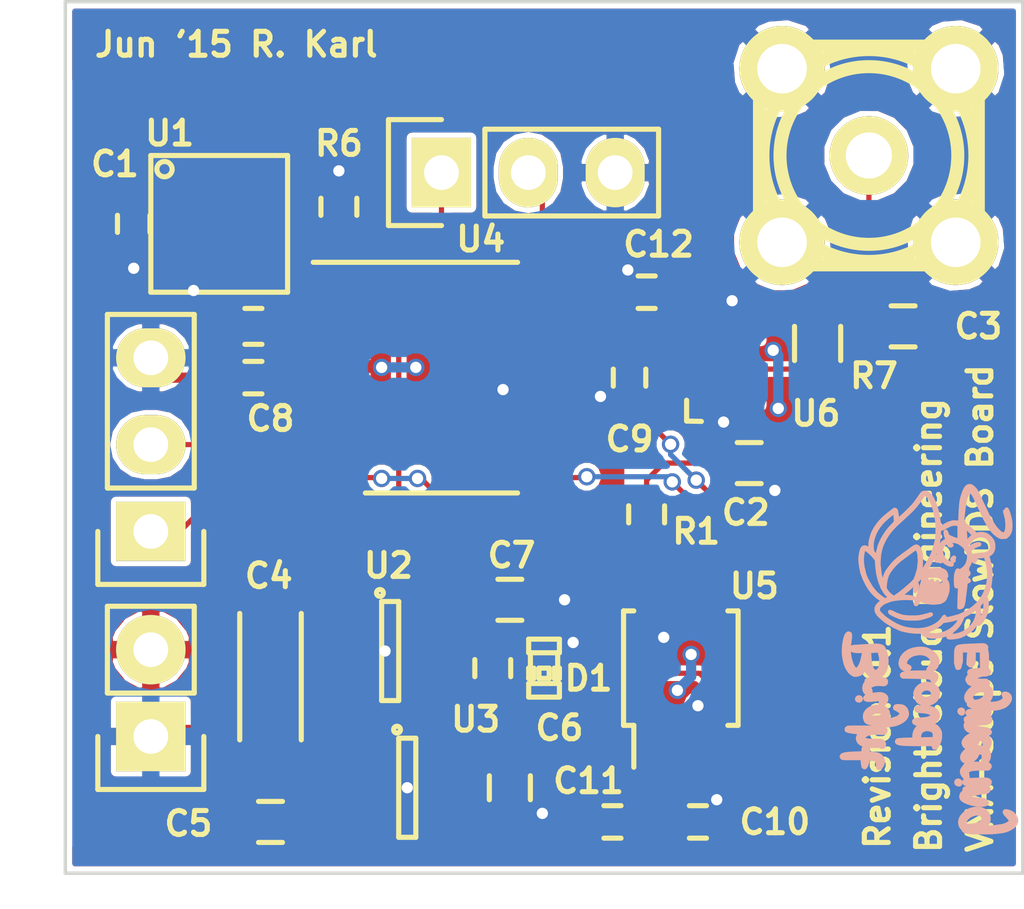
<source format=kicad_pcb>
(kicad_pcb (version 4) (host pcbnew "(after 2015-mar-04 BZR unknown)-product")
  (layers (0 F.Cu signal) (31 B.Cu signal) (34 B.Paste user) (35 F.Paste user) (36 B.SilkS user) (37 F.SilkS user) (38 B.Mask user) (39 F.Mask user) (44 Edge.Cuts user))
  (net 0 "")
  (net 1 +3V3)
  (net 2 GND)
  (net 3 /ddsbuffer/DDSIN)
  (net 4 "Net-(C3-Pad1)")
  (net 5 +5V)
  (net 6 +3.3VDAC)
  (net 7 "Net-(C10-Pad1)")
  (net 8 "Net-(C11-Pad1)")
  (net 9 "Net-(D1-Pad1)")
  (net 10 /mcu/SWDIO)
  (net 11 /mcu/SWCLK)
  (net 12 /mcu/USART1_RX)
  (net 13 /mcu/USART1_TX)
  (net 14 /dds/VOUT)
  (net 15 "Net-(R5-Pad2)")
  (net 16 "Net-(R6-Pad1)")
  (net 17 "Net-(R7-Pad2)")
  (net 18 /dds/25MHz)
  (net 19 "Net-(U3-Pad4)")
  (net 20 "Net-(U4-Pad3)")
  (net 21 "Net-(U4-Pad6)")
  (net 22 "Net-(U4-Pad7)")
  (net 23 /dds/FSYNC)
  (net 24 /dds/SCLK)
  (net 25 "Net-(U4-Pad12)")
  (net 26 /dds/SDATA)
  (net 27 "Net-(U4-Pad14)")
  (net 28 "Net-(U4-Pad17)")
  (net 29 "Net-(U4-Pad18)")
  (net 30 /ddsbuffer/BUFOUT)
  (module Capacitors_SMD:C_0402 (layer F.Cu) (at 120 67.5 270)
    (fp_text reference C1 (at -1.75 0.55 360) (layer F.SilkS) (effects (font (size 0.7 0.7))))
    (fp_text value 10n)
    (pad 1 smd rect (at -0.55 0 270) (size 0.6 0.5) (layers F.Cu F.Paste F.Mask) (net 1 +3V3))
    (pad 2 smd rect (at 0.55 0 270) (size 0.6 0.5) (layers F.Cu F.Paste F.Mask) (net 2 GND))
  )
  (module Capacitors_SMD:C_0603 (layer F.Cu) (at 138 74.5)
    (fp_text reference C2 (at -0.1 1.45) (layer F.SilkS) (effects (font (size 0.7 0.7))))
    (fp_text value 100p)
    (pad 1 smd rect (at -0.75 0) (size 0.8 0.75) (layers F.Cu F.Paste F.Mask) (net 3 /ddsbuffer/DDSIN))
    (pad 2 smd rect (at 0.75 0) (size 0.8 0.75) (layers F.Cu F.Paste F.Mask) (net 2 GND))
  )
  (module Capacitors_SMD:C_0603 (layer F.Cu) (at 142.5 70.5 180)
    (fp_text reference C3 (at -2.2 0 180) (layer F.SilkS) (effects (font (size 0.7 0.7))))
    (fp_text value 10u)
    (pad 1 smd rect (at -0.75 0 180) (size 0.8 0.75) (layers F.Cu F.Paste F.Mask) (net 4 "Net-(C3-Pad1)"))
    (pad 2 smd rect (at 0.75 0 180) (size 0.8 0.75) (layers F.Cu F.Paste F.Mask) (net 30 /ddsbuffer/BUFOUT))
  )
  (module Capacitors_Tantalum_SMD:TantalC_SizeA_EIA-3216_Reflow (layer F.Cu) (at 124 81 270)
    (fp_text reference C4 (at -3.2 0.05 360) (layer F.SilkS) (effects (font (size 0.7 0.7))))
    (fp_text value 10u)
    (pad 2 smd rect (at 1.31 0 270) (size 1.8 1.23) (layers F.Cu F.Paste F.Mask) (net 2 GND))
    (pad 1 smd rect (at -1.31 0 270) (size 1.8 1.23) (layers F.Cu F.Paste F.Mask) (net 5 +5V))
  )
  (module Capacitors_SMD:C_0603 (layer F.Cu) (at 124 85 180)
    (fp_text reference C5 (at 2.4 -0.05 180) (layer F.SilkS) (effects (font (size 0.7 0.7))))
    (fp_text value 4.7u)
    (pad 1 smd rect (at -0.75 0 180) (size 0.8 0.75) (layers F.Cu F.Paste F.Mask) (net 5 +5V))
    (pad 2 smd rect (at 0.75 0 180) (size 0.8 0.75) (layers F.Cu F.Paste F.Mask) (net 2 GND))
  )
  (module Capacitors_SMD:C_0603 (layer F.Cu) (at 131 84 270)
    (fp_text reference C6 (at -1.75 -1.45 360) (layer F.SilkS) (effects (font (size 0.7 0.7))))
    (fp_text value 4.7u)
    (pad 1 smd rect (at -0.75 0 270) (size 0.8 0.75) (layers F.Cu F.Paste F.Mask) (net 6 +3.3VDAC))
    (pad 2 smd rect (at 0.75 0 270) (size 0.8 0.75) (layers F.Cu F.Paste F.Mask) (net 2 GND))
  )
  (module Capacitors_SMD:C_0603 (layer F.Cu) (at 131 78.5)
    (fp_text reference C7 (at 0.05 -1.3) (layer F.SilkS) (effects (font (size 0.7 0.7))))
    (fp_text value 4.7u)
    (pad 1 smd rect (at -0.75 0) (size 0.8 0.75) (layers F.Cu F.Paste F.Mask) (net 1 +3V3))
    (pad 2 smd rect (at 0.75 0) (size 0.8 0.75) (layers F.Cu F.Paste F.Mask) (net 2 GND))
  )
  (module Capacitors_SMD:C_0402 (layer F.Cu) (at 123.5 72 180)
    (fp_text reference C8 (at -0.5 -1.2 180) (layer F.SilkS) (effects (font (size 0.7 0.7))))
    (fp_text value 100n)
    (pad 1 smd rect (at -0.55 0 180) (size 0.6 0.5) (layers F.Cu F.Paste F.Mask) (net 1 +3V3))
    (pad 2 smd rect (at 0.55 0 180) (size 0.6 0.5) (layers F.Cu F.Paste F.Mask) (net 2 GND))
  )
  (module Capacitors_SMD:C_0402 (layer F.Cu) (at 134.5 72 270)
    (fp_text reference C9 (at 1.8 0 360) (layer F.SilkS) (effects (font (size 0.7 0.7))))
    (fp_text value 100n)
    (pad 1 smd rect (at -0.55 0 270) (size 0.6 0.5) (layers F.Cu F.Paste F.Mask) (net 1 +3V3))
    (pad 2 smd rect (at 0.55 0 270) (size 0.6 0.5) (layers F.Cu F.Paste F.Mask) (net 2 GND))
  )
  (module Capacitors_SMD:C_0402 (layer F.Cu) (at 136.5 85)
    (fp_text reference C10 (at 2.25 0) (layer F.SilkS) (effects (font (size 0.7 0.7))))
    (fp_text value 100n)
    (pad 1 smd rect (at -0.55 0) (size 0.6 0.5) (layers F.Cu F.Paste F.Mask) (net 7 "Net-(C10-Pad1)"))
    (pad 2 smd rect (at 0.55 0) (size 0.6 0.5) (layers F.Cu F.Paste F.Mask) (net 2 GND))
  )
  (module Capacitors_SMD:C_0402 (layer F.Cu) (at 134 85)
    (fp_text reference C11 (at -0.7 -1.2) (layer F.SilkS) (effects (font (size 0.7 0.7))))
    (fp_text value 10n)
    (pad 1 smd rect (at -0.55 0) (size 0.6 0.5) (layers F.Cu F.Paste F.Mask) (net 8 "Net-(C11-Pad1)"))
    (pad 2 smd rect (at 0.55 0) (size 0.6 0.5) (layers F.Cu F.Paste F.Mask) (net 6 +3.3VDAC))
  )
  (module Capacitors_SMD:C_0402 (layer F.Cu) (at 135 69.5 180)
    (fp_text reference C12 (at -0.35 1.4 180) (layer F.SilkS) (effects (font (size 0.7 0.7))))
    (fp_text value 100n)
    (pad 1 smd rect (at -0.55 0 180) (size 0.6 0.5) (layers F.Cu F.Paste F.Mask) (net 6 +3.3VDAC))
    (pad 2 smd rect (at 0.55 0 180) (size 0.6 0.5) (layers F.Cu F.Paste F.Mask) (net 2 GND))
  )
  (module LEDs:LED-0603 (layer F.Cu) (at 132 80.5 90)
    (fp_text reference D1 (at -0.3 1.3 180) (layer F.SilkS) (effects (font (size 0.7 0.7))))
    (fp_text value LED)
    (pad 2 smd rect (at 0.7493 0 270) (size 0.79756 0.79756) (layers F.Cu F.Paste F.Mask) (net 2 GND))
    (pad 1 smd rect (at -0.7493 0 270) (size 0.79756 0.79756) (layers F.Cu F.Paste F.Mask) (net 9 "Net-(D1-Pad1)"))
  )
  (module Pin_Headers:Pin_Header_Straight_1x02 (layer F.Cu) (at 120.5 82.5 180)
    (fp_text reference P1 hide)
    (fp_text value PWRCONN)
    (pad 1 thru_hole rect (at 0 0 180) (size 2.032 2.032) (drill 1.016) (layers *.Cu *.Mask F.SilkS) (net 2 GND))
    (pad 2 thru_hole oval (at 0 2.54 180) (size 2.032 2.032) (drill 1.016) (layers *.Cu *.Mask F.SilkS) (net 5 +5V))
  )
  (module Pin_Headers:Pin_Header_Straight_1x03 (layer F.Cu) (at 129 66 90)
    (fp_text reference P2 hide)
    (fp_text value SWD_CONN)
    (pad 1 thru_hole rect (at 0 0 90) (size 2.032 1.7272) (drill 1.016) (layers *.Cu *.Mask F.SilkS) (net 10 /mcu/SWDIO))
    (pad 2 thru_hole oval (at 0 2.54 90) (size 2.032 1.7272) (drill 1.016) (layers *.Cu *.Mask F.SilkS) (net 11 /mcu/SWCLK))
    (pad 3 thru_hole oval (at 0 5.08 90) (size 2.032 1.7272) (drill 1.016) (layers *.Cu *.Mask F.SilkS) (net 2 GND))
  )
  (module Pin_Headers:Pin_Header_Straight_1x03 (layer F.Cu) (at 120.5 76.5 180)
    (fp_text reference P3 hide)
    (fp_text value UART_CONN)
    (pad 1 thru_hole rect (at 0 0 180) (size 2.032 1.7272) (drill 1.016) (layers *.Cu *.Mask F.SilkS) (net 12 /mcu/USART1_RX))
    (pad 2 thru_hole oval (at 0 2.54 180) (size 2.032 1.7272) (drill 1.016) (layers *.Cu *.Mask F.SilkS) (net 13 /mcu/USART1_TX))
    (pad 3 thru_hole oval (at 0 5.08 180) (size 2.032 1.7272) (drill 1.016) (layers *.Cu *.Mask F.SilkS) (net 2 GND))
  )
  (module w_conn_rf:sma_straight_32k101-400l5 (layer F.Cu) (at 141.5 65.5)
    (fp_text reference P4 hide)
    (fp_text value DDSOUT_SMA hide)
    (pad 1 thru_hole circle (at 0 0) (size 2.3 2.3) (drill 1.35) (layers *.Cu *.Mask F.SilkS) (net 4 "Net-(C3-Pad1)"))
    (pad 2 thru_hole circle (at 2.54 -2.54) (size 2.5 2.5) (drill 1.45) (layers *.Cu *.Mask F.SilkS) (net 2 GND))
    (pad 2 thru_hole circle (at -2.54 -2.54) (size 2.5 2.5) (drill 1.45) (layers *.Cu *.Mask F.SilkS) (net 2 GND))
    (pad 2 thru_hole circle (at -2.54 2.54) (size 2.5 2.5) (drill 1.45) (layers *.Cu *.Mask F.SilkS) (net 2 GND))
    (pad 2 thru_hole circle (at 2.54 2.54) (size 2.5 2.5) (drill 1.45) (layers *.Cu *.Mask F.SilkS) (net 2 GND))
  )
  (module Resistors_SMD:R_0402 (layer F.Cu) (at 135 76 270)
    (fp_text reference R1 (at 0.5 -1.45 360) (layer F.SilkS) (effects (font (size 0.7 0.7))))
    (fp_text value 100)
    (pad 1 smd rect (at -0.45 0 270) (size 0.4 0.6) (layers F.Cu F.Paste F.Mask) (net 3 /ddsbuffer/DDSIN))
    (pad 2 smd rect (at 0.45 0 270) (size 0.4 0.6) (layers F.Cu F.Paste F.Mask) (net 14 /dds/VOUT))
  )
  (module Resistors_SMD:R_0402 (layer F.Cu) (at 130.5 80.5 90)
    (fp_text reference R4 hide)
    (fp_text value 1k)
    (pad 1 smd rect (at -0.45 0 90) (size 0.4 0.6) (layers F.Cu F.Paste F.Mask) (net 9 "Net-(D1-Pad1)"))
    (pad 2 smd rect (at 0.45 0 90) (size 0.4 0.6) (layers F.Cu F.Paste F.Mask) (net 1 +3V3))
  )
  (module Resistors_SMD:R_0402 (layer F.Cu) (at 123.5 70.5)
    (fp_text reference R5 hide)
    (fp_text value 10k)
    (pad 1 smd rect (at -0.45 0) (size 0.4 0.6) (layers F.Cu F.Paste F.Mask) (net 1 +3V3))
    (pad 2 smd rect (at 0.45 0) (size 0.4 0.6) (layers F.Cu F.Paste F.Mask) (net 15 "Net-(R5-Pad2)"))
  )
  (module Resistors_SMD:R_0402 (layer F.Cu) (at 126 67 90)
    (fp_text reference R6 (at 1.85 0 180) (layer F.SilkS) (effects (font (size 0.7 0.7))))
    (fp_text value 10k)
    (pad 1 smd rect (at -0.45 0 90) (size 0.4 0.6) (layers F.Cu F.Paste F.Mask) (net 16 "Net-(R6-Pad1)"))
    (pad 2 smd rect (at 0.45 0 90) (size 0.4 0.6) (layers F.Cu F.Paste F.Mask) (net 2 GND))
  )
  (module Resistors_SMD:R_0603 (layer F.Cu) (at 140 71 270)
    (fp_text reference R7 (at 0.95 -1.65 360) (layer F.SilkS) (effects (font (size 0.7 0.7))))
    (fp_text value 50)
    (pad 1 smd rect (at -0.75 0 270) (size 0.5 0.9) (layers F.Cu F.Paste F.Mask) (net 30 /ddsbuffer/BUFOUT))
    (pad 2 smd rect (at 0.75 0 270) (size 0.5 0.9) (layers F.Cu F.Paste F.Mask) (net 17 "Net-(R7-Pad2)"))
  )
  (module bce:TP (layer F.Cu) (at 126 77.5)
    (fp_text reference TP1 hide)
    (fp_text value 5V hide)
    (pad 1 smd circle (at 0 0) (size 0.508 0.508) (layers F.Cu F.Paste F.Mask) (net 5 +5V))
  )
  (module bce:TP (layer F.Cu) (at 129 77.5)
    (fp_text reference TP2 hide)
    (fp_text value 3.3VG hide)
    (pad 1 smd circle (at 0 0) (size 0.508 0.508) (layers F.Cu F.Paste F.Mask) (net 1 +3V3))
  )
  (module bce:TP (layer F.Cu) (at 138.95 84)
    (fp_text reference TP3 hide)
    (fp_text value 3.3VDDS hide)
    (pad 1 smd circle (at 0 0) (size 0.508 0.508) (layers F.Cu F.Paste F.Mask) (net 6 +3.3VDAC))
  )
  (module bce:TP (layer F.Cu) (at 138.05 82.7)
    (fp_text reference TP4 hide)
    (fp_text value 25MHz hide)
    (pad 1 smd circle (at 0 0) (size 0.508 0.508) (layers F.Cu F.Paste F.Mask) (net 18 /dds/25MHz))
  )
  (module bce:TP (layer F.Cu) (at 133.75 76.45)
    (fp_text reference TP5 hide)
    (fp_text value DDSOUT hide)
    (pad 1 smd circle (at 0 0) (size 0.508 0.508) (layers F.Cu F.Paste F.Mask) (net 14 /dds/VOUT))
  )
  (module bce:SIOSC (layer F.Cu) (at 122.5 67.5 270)
    (fp_text reference U1 (at -2.65 1.45 360) (layer F.SilkS) (effects (font (size 0.7 0.7))))
    (fp_text value 25MHz hide)
    (pad 1 smd rect (at -0.95 0.75 270) (size 1.1 1) (layers F.Cu F.Paste F.Mask) (net 1 +3V3))
    (pad 2 smd rect (at 0.95 0.75 270) (size 1.1 1) (layers F.Cu F.Paste F.Mask) (net 2 GND))
    (pad 3 smd rect (at 0.95 -0.75 270) (size 1.1 1) (layers F.Cu F.Paste F.Mask) (net 18 /dds/25MHz))
    (pad 4 smd rect (at -0.95 -0.75 270) (size 1.1 1) (layers F.Cu F.Paste F.Mask) (net 1 +3V3))
  )
  (module Housings_SOT-23_SOT-143_TSOT-6:SOT-23-5 (layer F.Cu) (at 127.5 80)
    (fp_text reference U2 (at -0.05 -2.5) (layer F.SilkS) (effects (font (size 0.7 0.7))))
    (fp_text value FAN2558S33X)
    (pad 1 smd rect (at -1.1 -0.95) (size 1.06 0.65) (layers F.Cu F.Paste F.Mask) (net 5 +5V))
    (pad 2 smd rect (at -1.1 0) (size 1.06 0.65) (layers F.Cu F.Paste F.Mask) (net 2 GND))
    (pad 3 smd rect (at -1.1 0.95) (size 1.06 0.65) (layers F.Cu F.Paste F.Mask) (net 5 +5V))
    (pad 4 smd rect (at 1.1 0.95) (size 1.06 0.65) (layers F.Cu F.Paste F.Mask) (net 9 "Net-(D1-Pad1)"))
    (pad 5 smd rect (at 1.1 -0.95) (size 1.06 0.65) (layers F.Cu F.Paste F.Mask) (net 1 +3V3))
  )
  (module Housings_SOT-23_SOT-143_TSOT-6:SOT-23-5 (layer F.Cu) (at 128 84)
    (fp_text reference U3 (at 2 -2) (layer F.SilkS) (effects (font (size 0.7 0.7))))
    (fp_text value FAN2558S33X)
    (pad 1 smd rect (at -1.1 -0.95) (size 1.06 0.65) (layers F.Cu F.Paste F.Mask) (net 5 +5V))
    (pad 2 smd rect (at -1.1 0) (size 1.06 0.65) (layers F.Cu F.Paste F.Mask) (net 2 GND))
    (pad 3 smd rect (at -1.1 0.95) (size 1.06 0.65) (layers F.Cu F.Paste F.Mask) (net 5 +5V))
    (pad 4 smd rect (at 1.1 0.95) (size 1.06 0.65) (layers F.Cu F.Paste F.Mask) (net 19 "Net-(U3-Pad4)"))
    (pad 5 smd rect (at 1.1 -0.95) (size 1.06 0.65) (layers F.Cu F.Paste F.Mask) (net 6 +3.3VDAC))
  )
  (module Housings_SSOP:TSSOP-20_4.4x6.5mm_Pitch0.65mm (layer F.Cu) (at 129 72)
    (fp_text reference U4 (at 1.15 -4.05) (layer F.SilkS) (effects (font (size 0.7 0.7))))
    (fp_text value STM32F030F4)
    (pad 1 smd rect (at -2.95 -2.925) (size 1.45 0.45) (layers F.Cu F.Paste F.Mask) (net 16 "Net-(R6-Pad1)"))
    (pad 2 smd rect (at -2.95 -2.275) (size 1.45 0.45) (layers F.Cu F.Paste F.Mask) (net 18 /dds/25MHz))
    (pad 3 smd rect (at -2.95 -1.625) (size 1.45 0.45) (layers F.Cu F.Paste F.Mask) (net 20 "Net-(U4-Pad3)"))
    (pad 4 smd rect (at -2.95 -0.975) (size 1.45 0.45) (layers F.Cu F.Paste F.Mask) (net 15 "Net-(R5-Pad2)"))
    (pad 5 smd rect (at -2.95 -0.325) (size 1.45 0.45) (layers F.Cu F.Paste F.Mask) (net 1 +3V3))
    (pad 6 smd rect (at -2.95 0.325) (size 1.45 0.45) (layers F.Cu F.Paste F.Mask) (net 21 "Net-(U4-Pad6)"))
    (pad 7 smd rect (at -2.95 0.975) (size 1.45 0.45) (layers F.Cu F.Paste F.Mask) (net 22 "Net-(U4-Pad7)"))
    (pad 8 smd rect (at -2.95 1.625) (size 1.45 0.45) (layers F.Cu F.Paste F.Mask) (net 13 /mcu/USART1_TX))
    (pad 9 smd rect (at -2.95 2.275) (size 1.45 0.45) (layers F.Cu F.Paste F.Mask) (net 12 /mcu/USART1_RX))
    (pad 10 smd rect (at -2.95 2.925) (size 1.45 0.45) (layers F.Cu F.Paste F.Mask) (net 23 /dds/FSYNC))
    (pad 11 smd rect (at 2.95 2.925) (size 1.45 0.45) (layers F.Cu F.Paste F.Mask) (net 24 /dds/SCLK))
    (pad 12 smd rect (at 2.95 2.275) (size 1.45 0.45) (layers F.Cu F.Paste F.Mask) (net 25 "Net-(U4-Pad12)"))
    (pad 13 smd rect (at 2.95 1.625) (size 1.45 0.45) (layers F.Cu F.Paste F.Mask) (net 26 /dds/SDATA))
    (pad 14 smd rect (at 2.95 0.975) (size 1.45 0.45) (layers F.Cu F.Paste F.Mask) (net 27 "Net-(U4-Pad14)"))
    (pad 15 smd rect (at 2.95 0.325) (size 1.45 0.45) (layers F.Cu F.Paste F.Mask) (net 2 GND))
    (pad 16 smd rect (at 2.95 -0.325) (size 1.45 0.45) (layers F.Cu F.Paste F.Mask) (net 1 +3V3))
    (pad 17 smd rect (at 2.95 -0.975) (size 1.45 0.45) (layers F.Cu F.Paste F.Mask) (net 28 "Net-(U4-Pad17)"))
    (pad 18 smd rect (at 2.95 -1.625) (size 1.45 0.45) (layers F.Cu F.Paste F.Mask) (net 29 "Net-(U4-Pad18)"))
    (pad 19 smd rect (at 2.95 -2.275) (size 1.45 0.45) (layers F.Cu F.Paste F.Mask) (net 10 /mcu/SWDIO))
    (pad 20 smd rect (at 2.95 -2.925) (size 1.45 0.45) (layers F.Cu F.Paste F.Mask) (net 11 /mcu/SWCLK))
  )
  (module Housings_SSOP:MSOP-10_3x3mm_Pitch0.5mm (layer F.Cu) (at 136 80.5 90)
    (fp_text reference U5 (at 2.4 2.15 180) (layer F.SilkS) (effects (font (size 0.7 0.7))))
    (fp_text value AD9833)
    (pad 1 smd rect (at -2.2 -1 90) (size 1.4 0.3) (layers F.Cu F.Paste F.Mask) (net 8 "Net-(C11-Pad1)"))
    (pad 2 smd rect (at -2.2 -0.5 90) (size 1.4 0.3) (layers F.Cu F.Paste F.Mask) (net 6 +3.3VDAC))
    (pad 3 smd rect (at -2.2 0 90) (size 1.4 0.3) (layers F.Cu F.Paste F.Mask) (net 7 "Net-(C10-Pad1)"))
    (pad 4 smd rect (at -2.2 0.5 90) (size 1.4 0.3) (layers F.Cu F.Paste F.Mask) (net 2 GND))
    (pad 5 smd rect (at -2.2 1 90) (size 1.4 0.3) (layers F.Cu F.Paste F.Mask) (net 18 /dds/25MHz))
    (pad 6 smd rect (at 2.2 1 90) (size 1.4 0.3) (layers F.Cu F.Paste F.Mask) (net 26 /dds/SDATA))
    (pad 7 smd rect (at 2.2 0.5 90) (size 1.4 0.3) (layers F.Cu F.Paste F.Mask) (net 24 /dds/SCLK))
    (pad 8 smd rect (at 2.2 0 90) (size 1.4 0.3) (layers F.Cu F.Paste F.Mask) (net 23 /dds/FSYNC))
    (pad 9 smd rect (at 2.2 -0.5 90) (size 1.4 0.3) (layers F.Cu F.Paste F.Mask) (net 2 GND))
    (pad 10 smd rect (at 2.2 -1 90) (size 1.4 0.3) (layers F.Cu F.Paste F.Mask) (net 14 /dds/VOUT))
  )
  (module Housings_SOT-23_SOT-143_TSOT-6:SC-70-6 (layer F.Cu) (at 137.5 71.5)
    (fp_text reference U6 (at 2.45 1.55) (layer F.SilkS) (effects (font (size 0.7 0.7))))
    (fp_text value ADA4853-1)
    (pad 1 smd rect (at -0.65024 0.94996) (size 0.39878 0.7493) (layers F.Cu F.Paste F.Mask) (net 17 "Net-(R7-Pad2)"))
    (pad 2 smd rect (at 0 0.94996) (size 0.39878 0.7493) (layers F.Cu F.Paste F.Mask) (net 2 GND))
    (pad 3 smd rect (at 0.65024 0.94996) (size 0.39878 0.7493) (layers F.Cu F.Paste F.Mask) (net 3 /ddsbuffer/DDSIN))
    (pad 4 smd rect (at 0.65024 -0.94996) (size 0.39878 0.7493) (layers F.Cu F.Paste F.Mask) (net 30 /ddsbuffer/BUFOUT))
    (pad 5 smd rect (at 0 -0.94996) (size 0.39878 0.7493) (layers F.Cu F.Paste F.Mask) (net 2 GND))
    (pad 6 smd rect (at -0.65024 -0.94996) (size 0.39878 0.7493) (layers F.Cu F.Paste F.Mask) (net 6 +3.3VDAC))
  )
  (module kicad:LOGO (layer B.Cu) (at 143.25 80.25 90)
    (fp_text reference G*** hide)
    (fp_text value LOGO hide)
  )
  (gr_text "Jun '15 R. Karl" (at 123 62.25) (layer F.SilkS) (effects (font (size 0.7 0.7))))
  (gr_text "Revision 0.1" (at 141.75 82.5 90) (layer F.SilkS) (effects (font (size 0.7 0.7))))
  (gr_text "Bright Cloud Engineering" (at 143.25 79.25 90) (layer F.SilkS) (effects (font (size 0.7 0.7))))
  (gr_text "VNA-Steps SlowDDS Board" (at 144.75 78.75 90) (layer F.SilkS) (effects (font (size 0.7 0.7))))
  (gr_line (start 146 86.5) (end 146 61) (angle 90) (layer Edge.Cuts) (width 0.1))
  (gr_line (start 118 86.5) (end 146 86.5) (angle 90) (layer Edge.Cuts) (width 0.1))
  (gr_line (start 118 86) (end 118 86.5) (angle 90) (layer Edge.Cuts) (width 0.1))
  (gr_line (start 118 86) (end 118 61) (angle 90) (layer Edge.Cuts) (width 0.1))
  (gr_line (start 146 61) (end 118 61) (angle 90) (layer Edge.Cuts) (width 0.1))
  (segment (start 131.95 71.675) (end 134.275 71.675) (width 0.3) (layer F.Cu) (net 1))
  (segment (start 134.275 71.675) (end 134.5 71.45) (width 0.3) (layer F.Cu) (net 1))
  (segment (start 131.95 71.675) (end 128.275 71.675) (width 0.3) (layer F.Cu) (net 1))
  (segment (start 127.225 71.675) (end 126.05 71.675) (width 0.3) (layer F.Cu) (net 1))
  (segment (start 127.25 71.7) (end 127.225 71.675) (width 0.3) (layer F.Cu) (net 1))
  (via (at 127.25 71.7) (size 0.508) (layers F.Cu B.Cu) (net 1))
  (segment (start 128.25 71.7) (end 127.25 71.7) (width 0.3) (layer B.Cu) (net 1))
  (via (at 128.25 71.7) (size 0.508) (layers F.Cu B.Cu) (net 1))
  (segment (start 128.275 71.675) (end 128.25 71.7) (width 0.3) (layer F.Cu) (net 1))
  (segment (start 130.5 80.05) (end 130.25 80.05) (width 0.3) (layer F.Cu) (net 1))
  (segment (start 130.25 80.05) (end 129.6 79.4) (width 0.3) (layer F.Cu) (net 1))
  (segment (start 129.6 79.4) (end 129.6 79.05) (width 0.3) (layer F.Cu) (net 1))
  (segment (start 128.6 79.05) (end 128.6 77.9) (width 0.3) (layer F.Cu) (net 1))
  (segment (start 128.6 77.9) (end 129 77.5) (width 0.3) (layer F.Cu) (net 1))
  (segment (start 128.6 79.05) (end 129.6 79.05) (width 0.3) (layer F.Cu) (net 1))
  (segment (start 129.6 79.05) (end 129.7 79.05) (width 0.3) (layer F.Cu) (net 1))
  (segment (start 129.7 79.05) (end 130.25 78.5) (width 0.3) (layer F.Cu) (net 1))
  (segment (start 138.75 74.5) (end 138.75 75.3) (width 0.3) (layer F.Cu) (net 2))
  (via (at 138.75 75.3) (size 0.508) (layers F.Cu B.Cu) (net 2))
  (segment (start 135.5 78.3) (end 135.5 79.6) (width 0.3) (layer F.Cu) (net 2))
  (via (at 135.5 79.6) (size 0.508) (layers F.Cu B.Cu) (net 2))
  (segment (start 136.5 82.7) (end 136.5 81.6) (width 0.3) (layer F.Cu) (net 2))
  (via (at 136.5 81.6) (size 0.508) (layers F.Cu B.Cu) (net 2))
  (segment (start 137.05 85) (end 137.05 84.35) (width 0.3) (layer F.Cu) (net 2))
  (via (at 137.05 84.35) (size 0.508) (layers F.Cu B.Cu) (net 2))
  (segment (start 131 84.75) (end 131.95 84.75) (width 0.3) (layer F.Cu) (net 2))
  (via (at 131.95 84.75) (size 0.508) (layers F.Cu B.Cu) (net 2))
  (segment (start 126.9 84) (end 128 84) (width 0.3) (layer F.Cu) (net 2))
  (via (at 128 84) (size 0.508) (layers F.Cu B.Cu) (net 2))
  (segment (start 123.25 85) (end 123.25 83.06) (width 0.3) (layer F.Cu) (net 2))
  (segment (start 123.25 83.06) (end 124 82.31) (width 0.3) (layer F.Cu) (net 2))
  (segment (start 124 82.31) (end 120.69 82.31) (width 0.3) (layer F.Cu) (net 2))
  (segment (start 120.69 82.31) (end 120.5 82.5) (width 0.3) (layer F.Cu) (net 2))
  (segment (start 126.4 80) (end 127.35 80) (width 0.3) (layer F.Cu) (net 2))
  (via (at 127.35 80) (size 0.508) (layers F.Cu B.Cu) (net 2))
  (segment (start 132 79.7507) (end 132.8493 79.7507) (width 0.3) (layer F.Cu) (net 2))
  (segment (start 132.85 79.75) (end 132.75 79.75) (width 0.3) (layer B.Cu) (net 2))
  (via (at 132.85 79.75) (size 0.508) (layers F.Cu B.Cu) (net 2))
  (segment (start 132.8493 79.7507) (end 132.85 79.75) (width 0.3) (layer F.Cu) (net 2))
  (segment (start 131.75 78.5) (end 132.6 78.5) (width 0.3) (layer F.Cu) (net 2))
  (via (at 132.6 78.5) (size 0.508) (layers F.Cu B.Cu) (net 2))
  (segment (start 137.5 70.55004) (end 137.5 69.75) (width 0.3) (layer F.Cu) (net 2))
  (via (at 137.5 69.75) (size 0.508) (layers F.Cu B.Cu) (net 2))
  (segment (start 137.5 72.44996) (end 137.5 73.05) (width 0.3) (layer F.Cu) (net 2))
  (segment (start 137.25 73.3) (end 137.3 73.3) (width 0.3) (layer B.Cu) (net 2))
  (via (at 137.25 73.3) (size 0.508) (layers F.Cu B.Cu) (net 2))
  (segment (start 137.5 73.05) (end 137.25 73.3) (width 0.3) (layer F.Cu) (net 2))
  (segment (start 134.5 72.55) (end 133.65 72.55) (width 0.3) (layer F.Cu) (net 2))
  (via (at 133.65 72.55) (size 0.508) (layers F.Cu B.Cu) (net 2))
  (segment (start 131.95 72.325) (end 130.825 72.325) (width 0.3) (layer F.Cu) (net 2))
  (via (at 130.8 72.35) (size 0.508) (layers F.Cu B.Cu) (net 2))
  (segment (start 130.825 72.325) (end 130.8 72.35) (width 0.3) (layer F.Cu) (net 2))
  (segment (start 134.45 69.5) (end 134.45 68.85) (width 0.3) (layer F.Cu) (net 2))
  (via (at 134.45 68.85) (size 0.508) (layers F.Cu B.Cu) (net 2))
  (segment (start 126 66.55) (end 126 65.95) (width 0.3) (layer F.Cu) (net 2))
  (via (at 126 65.95) (size 0.508) (layers F.Cu B.Cu) (net 2))
  (segment (start 120 68.05) (end 120 68.8) (width 0.3) (layer F.Cu) (net 2))
  (via (at 120 68.8) (size 0.508) (layers F.Cu B.Cu) (net 2))
  (segment (start 121.75 68.45) (end 121.75 69.45) (width 0.3) (layer F.Cu) (net 2))
  (via (at 121.75 69.45) (size 0.508) (layers F.Cu B.Cu) (net 2))
  (segment (start 122.95 72) (end 121.08 72) (width 0.3) (layer F.Cu) (net 2))
  (segment (start 121.08 72) (end 120.5 71.42) (width 0.3) (layer F.Cu) (net 2))
  (segment (start 138.15024 72.44996) (end 138.15024 73.14976) (width 0.1524) (layer F.Cu) (net 3))
  (segment (start 137.25 74.05) (end 137.25 74.5) (width 0.1524) (layer F.Cu) (net 3))
  (segment (start 138.15024 73.14976) (end 137.25 74.05) (width 0.1524) (layer F.Cu) (net 3))
  (segment (start 135 75.55) (end 135 75) (width 0.1524) (layer F.Cu) (net 3))
  (segment (start 135.5 74.5) (end 137.25 74.5) (width 0.1524) (layer F.Cu) (net 3))
  (segment (start 135 75) (end 135.5 74.5) (width 0.1524) (layer F.Cu) (net 3))
  (segment (start 141.5 65.5) (end 141.5 68.45) (width 0.1524) (layer F.Cu) (net 4))
  (segment (start 141.5 68.45) (end 143.25 70.2) (width 0.1524) (layer F.Cu) (net 4))
  (segment (start 143.25 70.2) (end 143.25 70.5) (width 0.1524) (layer F.Cu) (net 4))
  (segment (start 120.5 79.96) (end 123.73 79.96) (width 0.3) (layer F.Cu) (net 5))
  (segment (start 123.73 79.96) (end 124.64 79.05) (width 0.3) (layer F.Cu) (net 5))
  (segment (start 124.64 79.05) (end 126.4 79.05) (width 0.3) (layer F.Cu) (net 5))
  (segment (start 135.15 81.45) (end 135.6 81.45) (width 0.3) (layer F.Cu) (net 6))
  (via (at 136.3 80.1) (size 0.508) (layers F.Cu B.Cu) (net 6))
  (segment (start 136.3 80.75) (end 136.3 80.1) (width 0.3) (layer B.Cu) (net 6))
  (segment (start 135.9 81.15) (end 136.3 80.75) (width 0.3) (layer B.Cu) (net 6))
  (via (at 135.9 81.15) (size 0.508) (layers F.Cu B.Cu) (net 6))
  (segment (start 135.6 81.45) (end 135.9 81.15) (width 0.3) (layer F.Cu) (net 6))
  (segment (start 136.84976 70.55004) (end 136.84976 71.14976) (width 0.3) (layer F.Cu) (net 6))
  (via (at 138.85 72.9) (size 0.508) (layers F.Cu B.Cu) (net 6))
  (segment (start 138.85 71.35) (end 138.85 72.9) (width 0.3) (layer B.Cu) (net 6))
  (segment (start 138.7 71.2) (end 138.85 71.35) (width 0.3) (layer B.Cu) (net 6))
  (via (at 138.7 71.2) (size 0.508) (layers F.Cu B.Cu) (net 6))
  (segment (start 138.55 71.35) (end 138.7 71.2) (width 0.3) (layer F.Cu) (net 6))
  (segment (start 137.05 71.35) (end 138.55 71.35) (width 0.3) (layer F.Cu) (net 6))
  (segment (start 136.84976 71.14976) (end 137.05 71.35) (width 0.3) (layer F.Cu) (net 6))
  (segment (start 136.84976 70.55004) (end 136.84976 69.99976) (width 0.3) (layer F.Cu) (net 6))
  (segment (start 136.35 69.5) (end 135.55 69.5) (width 0.3) (layer F.Cu) (net 6))
  (segment (start 136.84976 69.99976) (end 136.35 69.5) (width 0.3) (layer F.Cu) (net 6))
  (segment (start 129.1 83.05) (end 130.8 83.05) (width 0.3) (layer F.Cu) (net 6))
  (segment (start 130.8 83.05) (end 131 83.25) (width 0.3) (layer F.Cu) (net 6))
  (segment (start 135.5 82.7) (end 135.5 81.55) (width 0.3) (layer F.Cu) (net 6))
  (segment (start 132.35 83.25) (end 131 83.25) (width 0.3) (layer F.Cu) (net 6))
  (segment (start 134.15 81.45) (end 132.35 83.25) (width 0.3) (layer F.Cu) (net 6))
  (segment (start 135.4 81.45) (end 135.15 81.45) (width 0.3) (layer F.Cu) (net 6))
  (segment (start 135.15 81.45) (end 134.15 81.45) (width 0.3) (layer F.Cu) (net 6))
  (segment (start 135.5 81.55) (end 135.4 81.45) (width 0.3) (layer F.Cu) (net 6))
  (segment (start 134.55 85) (end 134.55 84.7) (width 0.3) (layer F.Cu) (net 6))
  (segment (start 135.5 83.75) (end 135.5 82.7) (width 0.3) (layer F.Cu) (net 6))
  (segment (start 134.55 84.7) (end 135.5 83.75) (width 0.3) (layer F.Cu) (net 6))
  (segment (start 136 82.7) (end 136 84.95) (width 0.1524) (layer F.Cu) (net 7))
  (segment (start 136 84.95) (end 135.95 85) (width 0.1524) (layer F.Cu) (net 7))
  (segment (start 133.45 85) (end 133.45 83.7) (width 0.1524) (layer F.Cu) (net 8))
  (segment (start 134.45 82.7) (end 135 82.7) (width 0.1524) (layer F.Cu) (net 8))
  (segment (start 133.45 83.7) (end 134.45 82.7) (width 0.1524) (layer F.Cu) (net 8))
  (segment (start 128.6 80.95) (end 130.5 80.95) (width 0.1524) (layer F.Cu) (net 9))
  (segment (start 130.5 80.95) (end 130.7993 81.2493) (width 0.1524) (layer F.Cu) (net 9))
  (segment (start 130.7993 81.2493) (end 132 81.2493) (width 0.1524) (layer F.Cu) (net 9))
  (segment (start 131.95 69.725) (end 130.425 69.725) (width 0.1524) (layer F.Cu) (net 10))
  (segment (start 129 68.3) (end 129 66) (width 0.1524) (layer F.Cu) (net 10))
  (segment (start 130.425 69.725) (end 129 68.3) (width 0.1524) (layer F.Cu) (net 10))
  (segment (start 131.95 69.075) (end 131.95 66.41) (width 0.1524) (layer F.Cu) (net 11))
  (segment (start 131.95 66.41) (end 131.54 66) (width 0.1524) (layer F.Cu) (net 11))
  (segment (start 126.05 74.275) (end 123.575 74.275) (width 0.1524) (layer F.Cu) (net 12))
  (segment (start 123.575 74.275) (end 121.35 76.5) (width 0.1524) (layer F.Cu) (net 12))
  (segment (start 121.35 76.5) (end 120.5 76.5) (width 0.1524) (layer F.Cu) (net 12))
  (segment (start 120.5 73.96) (end 123.89 73.96) (width 0.1524) (layer F.Cu) (net 13))
  (segment (start 124.225 73.625) (end 126.05 73.625) (width 0.1524) (layer F.Cu) (net 13))
  (segment (start 123.89 73.96) (end 124.225 73.625) (width 0.1524) (layer F.Cu) (net 13))
  (segment (start 135 76.45) (end 133.75 76.45) (width 0.1524) (layer F.Cu) (net 14))
  (segment (start 135 78.3) (end 135 76.45) (width 0.1524) (layer F.Cu) (net 14))
  (segment (start 126.05 71.025) (end 124.475 71.025) (width 0.1524) (layer F.Cu) (net 15))
  (segment (start 124.475 71.025) (end 123.95 70.5) (width 0.1524) (layer F.Cu) (net 15))
  (segment (start 126.05 69.075) (end 126.05 67.5) (width 0.1524) (layer F.Cu) (net 16))
  (segment (start 126.05 67.5) (end 126 67.45) (width 0.1524) (layer F.Cu) (net 16))
  (segment (start 140 71.75) (end 137 71.75) (width 0.1524) (layer F.Cu) (net 17))
  (segment (start 136.84976 71.90024) (end 136.84976 72.44996) (width 0.1524) (layer F.Cu) (net 17))
  (segment (start 137 71.75) (end 136.84976 71.90024) (width 0.1524) (layer F.Cu) (net 17))
  (segment (start 137 82.7) (end 138.05 82.7) (width 0.1524) (layer F.Cu) (net 18))
  (segment (start 137 82.7) (end 137 81.1) (width 0.1524) (layer F.Cu) (net 18))
  (segment (start 127.225 69.725) (end 126.05 69.725) (width 0.1524) (layer F.Cu) (net 18))
  (segment (start 127.75 70.25) (end 127.225 69.725) (width 0.1524) (layer F.Cu) (net 18))
  (segment (start 127.75 75.35) (end 127.75 70.25) (width 0.1524) (layer F.Cu) (net 18))
  (segment (start 129.5 77.1) (end 127.75 75.35) (width 0.1524) (layer F.Cu) (net 18))
  (segment (start 132.95 77.1) (end 129.5 77.1) (width 0.1524) (layer F.Cu) (net 18))
  (segment (start 133.45 77.6) (end 132.95 77.1) (width 0.1524) (layer F.Cu) (net 18))
  (segment (start 133.45 79.9) (end 133.45 77.6) (width 0.1524) (layer F.Cu) (net 18))
  (segment (start 134.2 80.65) (end 133.45 79.9) (width 0.1524) (layer F.Cu) (net 18))
  (segment (start 136.55 80.65) (end 134.2 80.65) (width 0.1524) (layer F.Cu) (net 18))
  (segment (start 137 81.1) (end 136.55 80.65) (width 0.1524) (layer F.Cu) (net 18))
  (segment (start 126.05 69.725) (end 124.525 69.725) (width 0.1524) (layer F.Cu) (net 18))
  (segment (start 124.525 69.725) (end 123.25 68.45) (width 0.1524) (layer F.Cu) (net 18))
  (segment (start 136 78.3) (end 136 76.35) (width 0.1524) (layer F.Cu) (net 23))
  (segment (start 127.225 74.925) (end 126.05 74.925) (width 0.1524) (layer F.Cu) (net 23))
  (segment (start 127.25 74.95) (end 127.225 74.925) (width 0.1524) (layer F.Cu) (net 23))
  (via (at 127.25 74.95) (size 0.508) (layers F.Cu B.Cu) (net 23))
  (segment (start 128.3 74.95) (end 127.25 74.95) (width 0.1524) (layer B.Cu) (net 23))
  (via (at 128.3 74.95) (size 0.508) (layers F.Cu B.Cu) (net 23))
  (segment (start 128.4 74.95) (end 128.3 74.95) (width 0.1524) (layer F.Cu) (net 23))
  (segment (start 129.35 75.9) (end 128.4 74.95) (width 0.1524) (layer F.Cu) (net 23))
  (segment (start 133.85 75.9) (end 129.35 75.9) (width 0.1524) (layer F.Cu) (net 23))
  (segment (start 133.95 76) (end 133.85 75.9) (width 0.1524) (layer F.Cu) (net 23))
  (segment (start 135.65 76) (end 133.95 76) (width 0.1524) (layer F.Cu) (net 23))
  (segment (start 136 76.35) (end 135.65 76) (width 0.1524) (layer F.Cu) (net 23))
  (segment (start 136.5 78.3) (end 136.5 75.8) (width 0.1524) (layer F.Cu) (net 24))
  (segment (start 133.225 74.925) (end 131.95 74.925) (width 0.1524) (layer F.Cu) (net 24))
  (segment (start 133.25 74.9) (end 133.225 74.925) (width 0.1524) (layer F.Cu) (net 24))
  (via (at 133.25 74.9) (size 0.508) (layers F.Cu B.Cu) (net 24))
  (segment (start 135.6 74.9) (end 133.25 74.9) (width 0.1524) (layer B.Cu) (net 24))
  (segment (start 135.75 75.05) (end 135.6 74.9) (width 0.1524) (layer B.Cu) (net 24))
  (via (at 135.75 75.05) (size 0.508) (layers F.Cu B.Cu) (net 24))
  (segment (start 136.5 75.8) (end 135.75 75.05) (width 0.1524) (layer F.Cu) (net 24))
  (segment (start 137 78.3) (end 137 75.55) (width 0.1524) (layer F.Cu) (net 26))
  (segment (start 135.375 73.625) (end 131.95 73.625) (width 0.1524) (layer F.Cu) (net 26))
  (segment (start 135.7 73.95) (end 135.375 73.625) (width 0.1524) (layer F.Cu) (net 26))
  (via (at 135.7 73.95) (size 0.508) (layers F.Cu B.Cu) (net 26))
  (segment (start 135.7 74.25) (end 135.7 73.95) (width 0.1524) (layer B.Cu) (net 26))
  (segment (start 136.45 75) (end 135.7 74.25) (width 0.1524) (layer B.Cu) (net 26))
  (via (at 136.45 75) (size 0.508) (layers F.Cu B.Cu) (net 26))
  (segment (start 137 75.55) (end 136.45 75) (width 0.1524) (layer F.Cu) (net 26))
  (segment (start 140 70.25) (end 141.5 70.25) (width 0.1524) (layer F.Cu) (net 30))
  (segment (start 141.5 70.25) (end 141.75 70.5) (width 0.1524) (layer F.Cu) (net 30))
  (segment (start 138.15024 70.55004) (end 138.49996 70.55004) (width 0.1524) (layer F.Cu) (net 30))
  (segment (start 138.8 70.25) (end 140 70.25) (width 0.1524) (layer F.Cu) (net 30))
  (segment (start 138.49996 70.55004) (end 138.8 70.25) (width 0.1524) (layer F.Cu) (net 30))
  (zone (net 5) (net_name +5V) (layer F.Cu) (priority 3) (connect_pads (clearance 0.1524)) (min_thickness 0.1524) (fill yes (arc_segments 16) (thermal_gap 0.1524) (thermal_bridge_width 0.508))
    (polygon (pts (xy 128 85.5) (xy 118.5 85.5) (xy 118.5 78.5) (xy 125 78.5) (xy 125 76.5) (xy 127.5 76.5) (xy 127.5 82) (xy 128 82)))
  )
  (zone (net 6) (net_name +3.3VDAC) (layer F.Cu) (priority 2) (connect_pads (clearance 0.1524)) (min_thickness 0.1524) (fill yes (arc_segments 16) (thermal_gap 0.1524) (thermal_bridge_width 0.508))
    (polygon (pts (xy 128 82) (xy 128 85.5) (xy 140 85.5) (xy 140 67) (xy 134.5 67) (xy 134.5 82)))
  )
  (zone (net 1) (net_name +3V3) (layer F.Cu) (priority 1) (connect_pads (clearance 0.1524)) (min_thickness 0.1524) (fill yes (arc_segments 16) (thermal_gap 0.1524) (thermal_bridge_width 0.508))
    (polygon (pts (xy 118.5 81.5) (xy 134.5 81.5) (xy 134.5 63.5) (xy 118.5 63.5)))
  )
  (zone (net 2) (net_name GND) (layer F.Cu) (connect_pads (clearance 0.1524)) (min_thickness 0.1524) (fill yes (arc_segments 16) (thermal_gap 0.1524) (thermal_bridge_width 0.508))
    (polygon (pts (xy 118 61) (xy 118 86.5) (xy 146 86.5) (xy 146 61)))
  )
  (zone (net 2) (net_name GND) (layer B.Cu) (connect_pads (clearance 0.1524)) (min_thickness 0.1524) (fill yes (arc_segments 16) (thermal_gap 0.1524) (thermal_bridge_width 0.508))
    (polygon (pts (xy 118 61) (xy 118 86.5) (xy 146 86.5) (xy 146 61)))
  )
)
</source>
